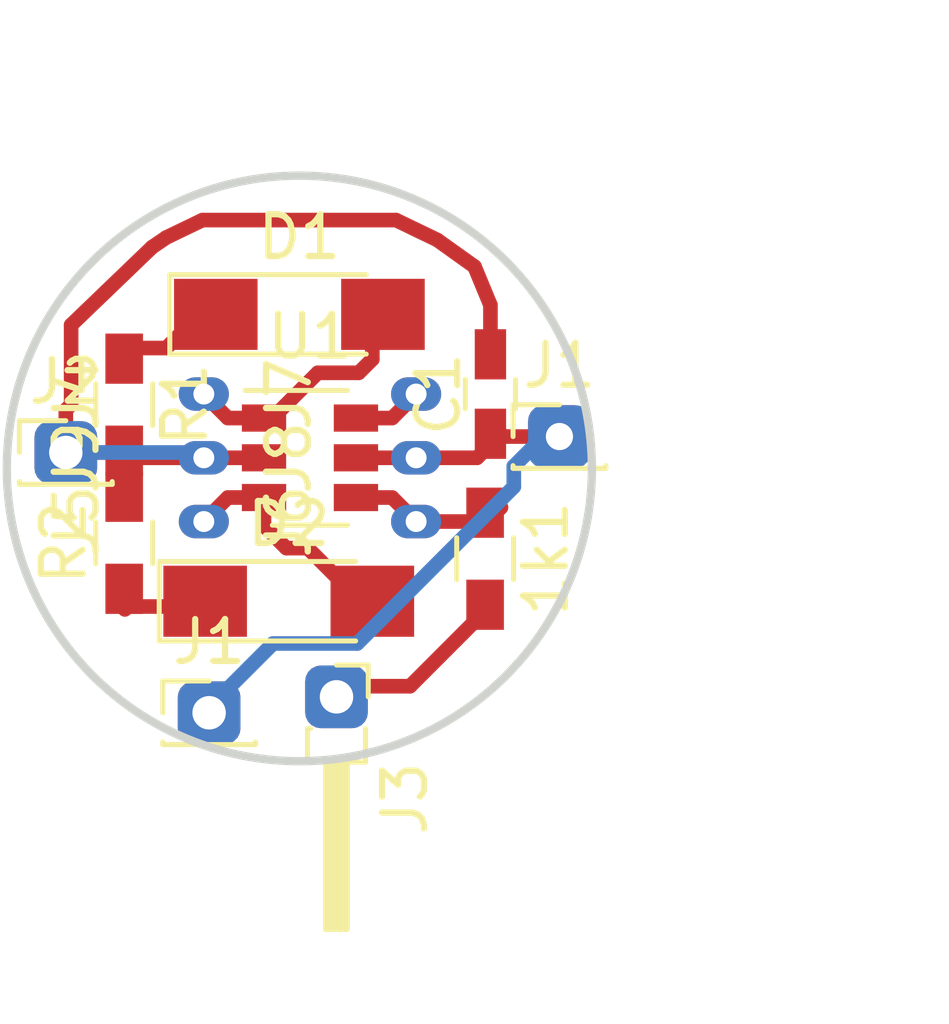
<source format=kicad_pcb>
(kicad_pcb (version 20171130) (host pcbnew "(5.0.0-rc2-39-ga12b9db58)")

  (general
    (thickness 1.6)
    (drawings 5)
    (tracks 59)
    (zones 0)
    (modules 17)
    (nets 10)
  )

  (page A4)
  (layers
    (0 F.Cu signal)
    (31 B.Cu signal)
    (32 B.Adhes user)
    (33 F.Adhes user)
    (34 B.Paste user)
    (35 F.Paste user)
    (36 B.SilkS user)
    (37 F.SilkS user hide)
    (38 B.Mask user)
    (39 F.Mask user)
    (40 Dwgs.User user)
    (41 Cmts.User user)
    (42 Eco1.User user)
    (43 Eco2.User user hide)
    (44 Edge.Cuts user)
    (45 Margin user)
    (46 B.CrtYd user hide)
    (47 F.CrtYd user)
    (48 B.Fab user)
    (49 F.Fab user hide)
  )

  (setup
    (last_trace_width 0.35)
    (trace_clearance 0.35)
    (zone_clearance 0.508)
    (zone_45_only no)
    (trace_min 0.3)
    (segment_width 0.2)
    (edge_width 0.2)
    (via_size 1.5)
    (via_drill 0.8)
    (via_min_size 1.2)
    (via_min_drill 0.8)
    (uvia_size 0.3)
    (uvia_drill 0.1)
    (uvias_allowed no)
    (uvia_min_size 0.2)
    (uvia_min_drill 0.1)
    (pcb_text_width 0.3)
    (pcb_text_size 1.5 1.5)
    (mod_edge_width 0.15)
    (mod_text_size 1 1)
    (mod_text_width 0.15)
    (pad_size 1.5 1.5)
    (pad_drill 0.8)
    (pad_to_mask_clearance 0.2)
    (aux_axis_origin 0 0)
    (visible_elements FFFFFF7F)
    (pcbplotparams
      (layerselection 0x010fc_ffffffff)
      (usegerberextensions false)
      (usegerberattributes false)
      (usegerberadvancedattributes false)
      (creategerberjobfile false)
      (excludeedgelayer true)
      (linewidth 0.100000)
      (plotframeref false)
      (viasonmask false)
      (mode 1)
      (useauxorigin false)
      (hpglpennumber 1)
      (hpglpenspeed 20)
      (hpglpendiameter 15.000000)
      (psnegative false)
      (psa4output false)
      (plotreference true)
      (plotvalue true)
      (plotinvisibletext false)
      (padsonsilk false)
      (subtractmaskfromsilk false)
      (outputformat 1)
      (mirror false)
      (drillshape 1)
      (scaleselection 1)
      (outputdirectory ""))
  )

  (net 0 "")
  (net 1 LED1)
  (net 2 LED2)
  (net 3 TOUCH)
  (net 4 +BATT)
  (net 5 /sense)
  (net 6 -BATT)
  (net 7 "Net-(D1-Pad1)")
  (net 8 "Net-(D2-Pad1)")
  (net 9 /reset)

  (net_class Default "This is the default net class."
    (clearance 0.35)
    (trace_width 0.35)
    (via_dia 1.5)
    (via_drill 0.8)
    (uvia_dia 0.3)
    (uvia_drill 0.1)
    (diff_pair_gap 0.25)
    (diff_pair_width 0.4)
    (add_net +BATT)
    (add_net -BATT)
    (add_net /reset)
    (add_net /sense)
    (add_net LED1)
    (add_net LED2)
    (add_net "Net-(D1-Pad1)")
    (add_net "Net-(D2-Pad1)")
    (add_net TOUCH)
  )

  (module Pin_Headers:Pin_Header_Straight_1x01_Pitch1.27mm (layer F.Cu) (tedit 5B21871A) (tstamp 5B2EAD7B)
    (at -2.159 5.842)
    (descr "Through hole straight pin header, 1x01, 1.27mm pitch, single row")
    (tags "Through hole pin header THT 1x01 1.27mm single row")
    (path /5B212916)
    (fp_text reference J1 (at 0 -1.695) (layer F.SilkS)
      (effects (font (size 1 1) (thickness 0.15)))
    )
    (fp_text value Conn_01x01 (at 0 1.695) (layer F.Fab)
      (effects (font (size 1 1) (thickness 0.15)))
    )
    (fp_text user %R (at 0 0 90) (layer F.Fab)
      (effects (font (size 1 1) (thickness 0.15)))
    )
    (fp_line (start 1.55 -1.15) (end -1.55 -1.15) (layer F.CrtYd) (width 0.05))
    (fp_line (start 1.55 1.15) (end 1.55 -1.15) (layer F.CrtYd) (width 0.05))
    (fp_line (start -1.55 1.15) (end 1.55 1.15) (layer F.CrtYd) (width 0.05))
    (fp_line (start -1.55 -1.15) (end -1.55 1.15) (layer F.CrtYd) (width 0.05))
    (fp_line (start -1.11 -0.76) (end 0 -0.76) (layer F.SilkS) (width 0.12))
    (fp_line (start -1.11 0) (end -1.11 -0.76) (layer F.SilkS) (width 0.12))
    (fp_line (start 0.563471 0.76) (end 1.11 0.76) (layer F.SilkS) (width 0.12))
    (fp_line (start -1.11 0.76) (end -0.563471 0.76) (layer F.SilkS) (width 0.12))
    (fp_line (start 1.11 0.76) (end 1.11 0.695) (layer F.SilkS) (width 0.12))
    (fp_line (start -1.11 0.76) (end -1.11 0.695) (layer F.SilkS) (width 0.12))
    (fp_line (start -1.11 0.76) (end 1.11 0.76) (layer F.SilkS) (width 0.12))
    (fp_line (start -1.05 -0.11) (end -0.525 -0.635) (layer F.Fab) (width 0.1))
    (fp_line (start -1.05 0.635) (end -1.05 -0.11) (layer F.Fab) (width 0.1))
    (fp_line (start 1.05 0.635) (end -1.05 0.635) (layer F.Fab) (width 0.1))
    (fp_line (start 1.05 -0.635) (end 1.05 0.635) (layer F.Fab) (width 0.1))
    (fp_line (start -0.525 -0.635) (end 1.05 -0.635) (layer F.Fab) (width 0.1))
    (pad 1 thru_hole roundrect (at 0 0) (size 1.5 1.5) (drill 0.8) (layers *.Cu *.Mask) (roundrect_rratio 0.25)
      (net 4 +BATT))
  )

  (module touchuc:progpin (layer F.Cu) (tedit 5B214318) (tstamp 5B29F761)
    (at -2.286 -1.778 90)
    (descr "module 1 pin (ou trou mecanique de percage)")
    (tags DEV)
    (path /5B212E1B)
    (fp_text reference J4 (at 0 -3.048 90) (layer F.SilkS)
      (effects (font (size 1 1) (thickness 0.15)))
    )
    (fp_text value Conn_01x01 (at 0 3 90) (layer F.Fab)
      (effects (font (size 1 1) (thickness 0.15)))
    )
    (fp_circle (center 0 0) (end 0.6 0.1) (layer F.Fab) (width 0.1))
    (fp_circle (center 0 0) (end 0.6 0.1) (layer F.CrtYd) (width 0.05))
    (pad 1 thru_hole oval (at 0 0 90) (size 0.8 1.2) (drill 0.5) (layers *.Cu *.Mask)
      (net 1 LED1))
  )

  (module touchuc:progpin (layer F.Cu) (tedit 5B214318) (tstamp 5B29C2BD)
    (at -2.286 1.27 90)
    (descr "module 1 pin (ou trou mecanique de percage)")
    (tags DEV)
    (path /5B2145CD)
    (fp_text reference J5 (at 0 -3.048 90) (layer F.SilkS)
      (effects (font (size 1 1) (thickness 0.15)))
    )
    (fp_text value Conn_01x01 (at 0 3 90) (layer F.Fab)
      (effects (font (size 1 1) (thickness 0.15)))
    )
    (fp_circle (center 0 0) (end 0.6 0.1) (layer F.Fab) (width 0.1))
    (fp_circle (center 0 0) (end 0.6 0.1) (layer F.CrtYd) (width 0.05))
    (pad 1 thru_hole oval (at 0 0 90) (size 0.8 1.2) (drill 0.5) (layers *.Cu *.Mask)
      (net 2 LED2))
  )

  (module touchuc:progpin (layer F.Cu) (tedit 5B214318) (tstamp 5B29C2C5)
    (at 2.794 1.27 90)
    (descr "module 1 pin (ou trou mecanique de percage)")
    (tags DEV)
    (path /5B2146D1)
    (fp_text reference J6 (at 0 -3.048 90) (layer F.SilkS)
      (effects (font (size 1 1) (thickness 0.15)))
    )
    (fp_text value Conn_01x01 (at 0 3 90) (layer F.Fab)
      (effects (font (size 1 1) (thickness 0.15)))
    )
    (fp_circle (center 0 0) (end 0.6 0.1) (layer F.Fab) (width 0.1))
    (fp_circle (center 0 0) (end 0.6 0.1) (layer F.CrtYd) (width 0.05))
    (pad 1 thru_hole oval (at 0 0 90) (size 0.8 1.2) (drill 0.5) (layers *.Cu *.Mask)
      (net 3 TOUCH))
  )

  (module touchuc:progpin (layer F.Cu) (tedit 5B214318) (tstamp 5B29F780)
    (at 2.794 -1.778 90)
    (descr "module 1 pin (ou trou mecanique de percage)")
    (tags DEV)
    (path /5B2146F5)
    (fp_text reference J7 (at 0 -3.048 90) (layer F.SilkS)
      (effects (font (size 1 1) (thickness 0.15)))
    )
    (fp_text value Conn_01x01 (at 0 3 90) (layer F.Fab)
      (effects (font (size 1 1) (thickness 0.15)))
    )
    (fp_circle (center 0 0) (end 0.6 0.1) (layer F.Fab) (width 0.1))
    (fp_circle (center 0 0) (end 0.6 0.1) (layer F.CrtYd) (width 0.05))
    (pad 1 thru_hole oval (at 0 0 90) (size 0.8 1.2) (drill 0.5) (layers *.Cu *.Mask)
      (net 9 /reset))
  )

  (module touchuc:progpin (layer F.Cu) (tedit 5B214318) (tstamp 5B29C2D5)
    (at 2.794 -0.254 90)
    (descr "module 1 pin (ou trou mecanique de percage)")
    (tags DEV)
    (path /5B212EE0)
    (fp_text reference J8 (at 0 -3.048 90) (layer F.SilkS)
      (effects (font (size 1 1) (thickness 0.15)))
    )
    (fp_text value Conn_01x01 (at 0 3 90) (layer F.Fab)
      (effects (font (size 1 1) (thickness 0.15)))
    )
    (fp_circle (center 0 0) (end 0.6 0.1) (layer F.Fab) (width 0.1))
    (fp_circle (center 0 0) (end 0.6 0.1) (layer F.CrtYd) (width 0.05))
    (pad 1 thru_hole oval (at 0 0 90) (size 0.8 1.2) (drill 0.5) (layers *.Cu *.Mask)
      (net 4 +BATT))
  )

  (module touchuc:progpin (layer F.Cu) (tedit 5B214318) (tstamp 5B29C2DD)
    (at -2.286 -0.254 90)
    (descr "module 1 pin (ou trou mecanique de percage)")
    (tags DEV)
    (path /5B212F06)
    (fp_text reference J9 (at 0 -3.048 90) (layer F.SilkS)
      (effects (font (size 1 1) (thickness 0.15)))
    )
    (fp_text value Conn_01x01 (at 0 -4.572 90) (layer F.Fab)
      (effects (font (size 1 1) (thickness 0.15)))
    )
    (fp_circle (center 0 0) (end 0.6 0.1) (layer F.Fab) (width 0.1))
    (fp_circle (center 0 0) (end 0.6 0.1) (layer F.CrtYd) (width 0.05))
    (pad 1 thru_hole oval (at 0 0 90) (size 0.8 1.2) (drill 0.5) (layers *.Cu *.Mask)
      (net 6 -BATT))
  )

  (module TO_SOT_Packages_SMD:SOT-23-6 (layer F.Cu) (tedit 58CE4E7E) (tstamp 5B2E90BE)
    (at 0.254 -0.254)
    (descr "6-pin SOT-23 package")
    (tags SOT-23-6)
    (path /5B212C24)
    (attr smd)
    (fp_text reference U1 (at 0 -2.9) (layer F.SilkS)
      (effects (font (size 1 1) (thickness 0.15)))
    )
    (fp_text value ATTINY10-TS (at 0 2.9) (layer F.Fab)
      (effects (font (size 1 1) (thickness 0.15)))
    )
    (fp_text user %R (at 0 0 90) (layer F.Fab)
      (effects (font (size 0.5 0.5) (thickness 0.075)))
    )
    (fp_line (start -0.9 1.61) (end 0.9 1.61) (layer F.SilkS) (width 0.12))
    (fp_line (start 0.9 -1.61) (end -1.55 -1.61) (layer F.SilkS) (width 0.12))
    (fp_line (start 1.9 -1.8) (end -1.9 -1.8) (layer F.CrtYd) (width 0.05))
    (fp_line (start 1.9 1.8) (end 1.9 -1.8) (layer F.CrtYd) (width 0.05))
    (fp_line (start -1.9 1.8) (end 1.9 1.8) (layer F.CrtYd) (width 0.05))
    (fp_line (start -1.9 -1.8) (end -1.9 1.8) (layer F.CrtYd) (width 0.05))
    (fp_line (start -0.9 -0.9) (end -0.25 -1.55) (layer F.Fab) (width 0.1))
    (fp_line (start 0.9 -1.55) (end -0.25 -1.55) (layer F.Fab) (width 0.1))
    (fp_line (start -0.9 -0.9) (end -0.9 1.55) (layer F.Fab) (width 0.1))
    (fp_line (start 0.9 1.55) (end -0.9 1.55) (layer F.Fab) (width 0.1))
    (fp_line (start 0.9 -1.55) (end 0.9 1.55) (layer F.Fab) (width 0.1))
    (pad 1 smd rect (at -1.1 -0.95) (size 1.06 0.65) (layers F.Cu F.Paste F.Mask)
      (net 1 LED1))
    (pad 2 smd rect (at -1.1 0) (size 1.06 0.65) (layers F.Cu F.Paste F.Mask)
      (net 6 -BATT))
    (pad 3 smd rect (at -1.1 0.95) (size 1.06 0.65) (layers F.Cu F.Paste F.Mask)
      (net 2 LED2))
    (pad 4 smd rect (at 1.1 0.95) (size 1.06 0.65) (layers F.Cu F.Paste F.Mask)
      (net 3 TOUCH))
    (pad 6 smd rect (at 1.1 -0.95) (size 1.06 0.65) (layers F.Cu F.Paste F.Mask)
      (net 9 /reset))
    (pad 5 smd rect (at 1.1 0) (size 1.06 0.65) (layers F.Cu F.Paste F.Mask)
      (net 4 +BATT))
    (model ${KISYS3DMOD}/TO_SOT_Packages_SMD.3dshapes/SOT-23-6.wrl
      (at (xyz 0 0 0))
      (scale (xyz 1 1 1))
      (rotate (xyz 0 0 0))
    )
  )

  (module LEDs:LED_1206_HandSoldering (layer F.Cu) (tedit 595FC724) (tstamp 5B29C235)
    (at 0 -3.683)
    (descr "LED SMD 1206, hand soldering")
    (tags "LED 1206")
    (path /5B215D66)
    (attr smd)
    (fp_text reference D1 (at 0 -1.85) (layer F.SilkS)
      (effects (font (size 1 1) (thickness 0.15)))
    )
    (fp_text value LED (at 0 1.9) (layer F.Fab)
      (effects (font (size 1 1) (thickness 0.15)))
    )
    (fp_line (start -3.1 -0.95) (end -3.1 0.95) (layer F.SilkS) (width 0.12))
    (fp_line (start -0.4 0) (end 0.2 -0.4) (layer F.Fab) (width 0.1))
    (fp_line (start 0.2 -0.4) (end 0.2 0.4) (layer F.Fab) (width 0.1))
    (fp_line (start 0.2 0.4) (end -0.4 0) (layer F.Fab) (width 0.1))
    (fp_line (start -0.45 -0.4) (end -0.45 0.4) (layer F.Fab) (width 0.1))
    (fp_line (start -1.6 0.8) (end -1.6 -0.8) (layer F.Fab) (width 0.1))
    (fp_line (start 1.6 0.8) (end -1.6 0.8) (layer F.Fab) (width 0.1))
    (fp_line (start 1.6 -0.8) (end 1.6 0.8) (layer F.Fab) (width 0.1))
    (fp_line (start -1.6 -0.8) (end 1.6 -0.8) (layer F.Fab) (width 0.1))
    (fp_line (start -3.1 0.95) (end 1.6 0.95) (layer F.SilkS) (width 0.12))
    (fp_line (start -3.1 -0.95) (end 1.6 -0.95) (layer F.SilkS) (width 0.12))
    (fp_line (start -3.25 -1.11) (end 3.25 -1.11) (layer F.CrtYd) (width 0.05))
    (fp_line (start -3.25 -1.11) (end -3.25 1.1) (layer F.CrtYd) (width 0.05))
    (fp_line (start 3.25 1.1) (end 3.25 -1.11) (layer F.CrtYd) (width 0.05))
    (fp_line (start 3.25 1.1) (end -3.25 1.1) (layer F.CrtYd) (width 0.05))
    (pad 1 smd rect (at -2 0) (size 2 1.7) (layers F.Cu F.Paste F.Mask)
      (net 7 "Net-(D1-Pad1)"))
    (pad 2 smd rect (at 2 0) (size 2 1.7) (layers F.Cu F.Paste F.Mask)
      (net 1 LED1))
    (model ${KISYS3DMOD}/LEDs.3dshapes/LED_1206.wrl
      (at (xyz 0 0 0))
      (scale (xyz 1 1 1))
      (rotate (xyz 0 0 180))
    )
  )

  (module LEDs:LED_1206_HandSoldering (layer F.Cu) (tedit 595FC724) (tstamp 5B29C24A)
    (at -0.254 3.175)
    (descr "LED SMD 1206, hand soldering")
    (tags "LED 1206")
    (path /5B2169FE)
    (attr smd)
    (fp_text reference D2 (at 0 -1.85) (layer F.SilkS)
      (effects (font (size 1 1) (thickness 0.15)))
    )
    (fp_text value LED (at 0 1.9) (layer F.Fab)
      (effects (font (size 1 1) (thickness 0.15)))
    )
    (fp_line (start 3.25 1.1) (end -3.25 1.1) (layer F.CrtYd) (width 0.05))
    (fp_line (start 3.25 1.1) (end 3.25 -1.11) (layer F.CrtYd) (width 0.05))
    (fp_line (start -3.25 -1.11) (end -3.25 1.1) (layer F.CrtYd) (width 0.05))
    (fp_line (start -3.25 -1.11) (end 3.25 -1.11) (layer F.CrtYd) (width 0.05))
    (fp_line (start -3.1 -0.95) (end 1.6 -0.95) (layer F.SilkS) (width 0.12))
    (fp_line (start -3.1 0.95) (end 1.6 0.95) (layer F.SilkS) (width 0.12))
    (fp_line (start -1.6 -0.8) (end 1.6 -0.8) (layer F.Fab) (width 0.1))
    (fp_line (start 1.6 -0.8) (end 1.6 0.8) (layer F.Fab) (width 0.1))
    (fp_line (start 1.6 0.8) (end -1.6 0.8) (layer F.Fab) (width 0.1))
    (fp_line (start -1.6 0.8) (end -1.6 -0.8) (layer F.Fab) (width 0.1))
    (fp_line (start -0.45 -0.4) (end -0.45 0.4) (layer F.Fab) (width 0.1))
    (fp_line (start 0.2 0.4) (end -0.4 0) (layer F.Fab) (width 0.1))
    (fp_line (start 0.2 -0.4) (end 0.2 0.4) (layer F.Fab) (width 0.1))
    (fp_line (start -0.4 0) (end 0.2 -0.4) (layer F.Fab) (width 0.1))
    (fp_line (start -3.1 -0.95) (end -3.1 0.95) (layer F.SilkS) (width 0.12))
    (pad 2 smd rect (at 2 0) (size 2 1.7) (layers F.Cu F.Paste F.Mask)
      (net 2 LED2))
    (pad 1 smd rect (at -2 0) (size 2 1.7) (layers F.Cu F.Paste F.Mask)
      (net 8 "Net-(D2-Pad1)"))
    (model ${KISYS3DMOD}/LEDs.3dshapes/LED_1206.wrl
      (at (xyz 0 0 0))
      (scale (xyz 1 1 1))
      (rotate (xyz 0 0 180))
    )
  )

  (module Pin_Headers:Pin_Header_Angled_1x01_Pitch1.27mm (layer F.Cu) (tedit 5B2186D1) (tstamp 5B29C2AD)
    (at 0.889 5.461 270)
    (descr "Through hole angled pin header, 1x01, 1.27mm pitch, 4.0mm pin length, single row")
    (tags "Through hole angled pin header THT 1x01 1.27mm single row")
    (path /5B2261EA)
    (fp_text reference J3 (at 2.4325 -1.635 270) (layer F.SilkS)
      (effects (font (size 1 1) (thickness 0.15)))
    )
    (fp_text value Conn_01x01 (at 2.4325 1.635 270) (layer F.Fab)
      (effects (font (size 1 1) (thickness 0.15)))
    )
    (fp_line (start 0.75 -0.635) (end 1.5 -0.635) (layer F.Fab) (width 0.1))
    (fp_line (start 1.5 -0.635) (end 1.5 0.635) (layer F.Fab) (width 0.1))
    (fp_line (start 1.5 0.635) (end 0.5 0.635) (layer F.Fab) (width 0.1))
    (fp_line (start 0.5 0.635) (end 0.5 -0.385) (layer F.Fab) (width 0.1))
    (fp_line (start 0.5 -0.385) (end 0.75 -0.635) (layer F.Fab) (width 0.1))
    (fp_line (start -0.2 -0.2) (end 0.5 -0.2) (layer F.Fab) (width 0.1))
    (fp_line (start -0.2 -0.2) (end -0.2 0.2) (layer F.Fab) (width 0.1))
    (fp_line (start -0.2 0.2) (end 0.5 0.2) (layer F.Fab) (width 0.1))
    (fp_line (start 1.5 -0.2) (end 5.5 -0.2) (layer F.Fab) (width 0.1))
    (fp_line (start 5.5 -0.2) (end 5.5 0.2) (layer F.Fab) (width 0.1))
    (fp_line (start 1.5 0.2) (end 5.5 0.2) (layer F.Fab) (width 0.1))
    (fp_line (start 0.76 -0.695) (end 1.56 -0.695) (layer F.SilkS) (width 0.12))
    (fp_line (start 1.56 -0.695) (end 1.56 0.695) (layer F.SilkS) (width 0.12))
    (fp_line (start 1.56 0.695) (end 0.76 0.695) (layer F.SilkS) (width 0.12))
    (fp_line (start 0.76 0.695) (end 0.76 0.619677) (layer F.SilkS) (width 0.12))
    (fp_line (start 1.56 -0.26) (end 5.56 -0.26) (layer F.SilkS) (width 0.12))
    (fp_line (start 5.56 -0.26) (end 5.56 0.26) (layer F.SilkS) (width 0.12))
    (fp_line (start 5.56 0.26) (end 1.56 0.26) (layer F.SilkS) (width 0.12))
    (fp_line (start 1.56 -0.2) (end 5.56 -0.2) (layer F.SilkS) (width 0.12))
    (fp_line (start 1.56 -0.08) (end 5.56 -0.08) (layer F.SilkS) (width 0.12))
    (fp_line (start 1.56 0.04) (end 5.56 0.04) (layer F.SilkS) (width 0.12))
    (fp_line (start 1.56 0.16) (end 5.56 0.16) (layer F.SilkS) (width 0.12))
    (fp_line (start -0.76 0) (end -0.76 -0.76) (layer F.SilkS) (width 0.12))
    (fp_line (start -0.76 -0.76) (end 0 -0.76) (layer F.SilkS) (width 0.12))
    (fp_line (start -1.15 -1.15) (end -1.15 1.15) (layer F.CrtYd) (width 0.05))
    (fp_line (start -1.15 1.15) (end 6 1.15) (layer F.CrtYd) (width 0.05))
    (fp_line (start 6 1.15) (end 6 -1.15) (layer F.CrtYd) (width 0.05))
    (fp_line (start 6 -1.15) (end -1.15 -1.15) (layer F.CrtYd) (width 0.05))
    (fp_text user %R (at 1 0) (layer F.Fab)
      (effects (font (size 0.6 0.6) (thickness 0.09)))
    )
    (pad 1 thru_hole roundrect (at 0 0 270) (size 1.5 1.5) (drill 0.8) (layers *.Cu *.Mask) (roundrect_rratio 0.25)
      (net 5 /sense))
  )

  (module Resistors_SMD:R_0603_HandSoldering (layer F.Cu) (tedit 58E0A804) (tstamp 5B2EA313)
    (at 4.445 2.159 270)
    (descr "Resistor SMD 0603, hand soldering")
    (tags "resistor 0603")
    (path /5B223115)
    (attr smd)
    (fp_text reference 1k1 (at 0 -1.45 270) (layer F.SilkS)
      (effects (font (size 1 1) (thickness 0.15)))
    )
    (fp_text value R (at 0 1.55 270) (layer F.Fab)
      (effects (font (size 1 1) (thickness 0.15)))
    )
    (fp_text user %R (at 0 0 270) (layer F.Fab)
      (effects (font (size 0.4 0.4) (thickness 0.075)))
    )
    (fp_line (start -0.8 0.4) (end -0.8 -0.4) (layer F.Fab) (width 0.1))
    (fp_line (start 0.8 0.4) (end -0.8 0.4) (layer F.Fab) (width 0.1))
    (fp_line (start 0.8 -0.4) (end 0.8 0.4) (layer F.Fab) (width 0.1))
    (fp_line (start -0.8 -0.4) (end 0.8 -0.4) (layer F.Fab) (width 0.1))
    (fp_line (start 0.5 0.68) (end -0.5 0.68) (layer F.SilkS) (width 0.12))
    (fp_line (start -0.5 -0.68) (end 0.5 -0.68) (layer F.SilkS) (width 0.12))
    (fp_line (start -1.96 -0.7) (end 1.95 -0.7) (layer F.CrtYd) (width 0.05))
    (fp_line (start -1.96 -0.7) (end -1.96 0.7) (layer F.CrtYd) (width 0.05))
    (fp_line (start 1.95 0.7) (end 1.95 -0.7) (layer F.CrtYd) (width 0.05))
    (fp_line (start 1.95 0.7) (end -1.96 0.7) (layer F.CrtYd) (width 0.05))
    (pad 1 smd rect (at -1.1 0 270) (size 1.2 0.9) (layers F.Cu F.Paste F.Mask)
      (net 3 TOUCH))
    (pad 2 smd rect (at 1.1 0 270) (size 1.2 0.9) (layers F.Cu F.Paste F.Mask)
      (net 5 /sense))
    (model ${KISYS3DMOD}/Resistors_SMD.3dshapes/R_0603.wrl
      (at (xyz 0 0 0))
      (scale (xyz 1 1 1))
      (rotate (xyz 0 0 0))
    )
  )

  (module Capacitors_SMD:C_0603_HandSoldering (layer F.Cu) (tedit 58AA848B) (tstamp 5B2EA323)
    (at 4.572 -1.778 90)
    (descr "Capacitor SMD 0603, hand soldering")
    (tags "capacitor 0603")
    (path /5B2176C8)
    (attr smd)
    (fp_text reference C1 (at 0 -1.25 90) (layer F.SilkS)
      (effects (font (size 1 1) (thickness 0.15)))
    )
    (fp_text value C (at 0 1.5 90) (layer F.Fab)
      (effects (font (size 1 1) (thickness 0.15)))
    )
    (fp_text user %R (at 0 -1.25 90) (layer F.Fab)
      (effects (font (size 1 1) (thickness 0.15)))
    )
    (fp_line (start -0.8 0.4) (end -0.8 -0.4) (layer F.Fab) (width 0.1))
    (fp_line (start 0.8 0.4) (end -0.8 0.4) (layer F.Fab) (width 0.1))
    (fp_line (start 0.8 -0.4) (end 0.8 0.4) (layer F.Fab) (width 0.1))
    (fp_line (start -0.8 -0.4) (end 0.8 -0.4) (layer F.Fab) (width 0.1))
    (fp_line (start -0.35 -0.6) (end 0.35 -0.6) (layer F.SilkS) (width 0.12))
    (fp_line (start 0.35 0.6) (end -0.35 0.6) (layer F.SilkS) (width 0.12))
    (fp_line (start -1.8 -0.65) (end 1.8 -0.65) (layer F.CrtYd) (width 0.05))
    (fp_line (start -1.8 -0.65) (end -1.8 0.65) (layer F.CrtYd) (width 0.05))
    (fp_line (start 1.8 0.65) (end 1.8 -0.65) (layer F.CrtYd) (width 0.05))
    (fp_line (start 1.8 0.65) (end -1.8 0.65) (layer F.CrtYd) (width 0.05))
    (pad 1 smd rect (at -0.95 0 90) (size 1.2 0.75) (layers F.Cu F.Paste F.Mask)
      (net 4 +BATT))
    (pad 2 smd rect (at 0.95 0 90) (size 1.2 0.75) (layers F.Cu F.Paste F.Mask)
      (net 6 -BATT))
    (model Capacitors_SMD.3dshapes/C_0603.wrl
      (at (xyz 0 0 0))
      (scale (xyz 1 1 1))
      (rotate (xyz 0 0 0))
    )
  )

  (module Resistors_SMD:R_0603_HandSoldering (layer F.Cu) (tedit 58E0A804) (tstamp 5B2EA333)
    (at -4.191 -1.524 270)
    (descr "Resistor SMD 0603, hand soldering")
    (tags "resistor 0603")
    (path /5B215B61)
    (attr smd)
    (fp_text reference R1 (at 0 -1.45 270) (layer F.SilkS)
      (effects (font (size 1 1) (thickness 0.15)))
    )
    (fp_text value R (at 0 1.55 270) (layer F.Fab)
      (effects (font (size 1 1) (thickness 0.15)))
    )
    (fp_line (start 1.95 0.7) (end -1.96 0.7) (layer F.CrtYd) (width 0.05))
    (fp_line (start 1.95 0.7) (end 1.95 -0.7) (layer F.CrtYd) (width 0.05))
    (fp_line (start -1.96 -0.7) (end -1.96 0.7) (layer F.CrtYd) (width 0.05))
    (fp_line (start -1.96 -0.7) (end 1.95 -0.7) (layer F.CrtYd) (width 0.05))
    (fp_line (start -0.5 -0.68) (end 0.5 -0.68) (layer F.SilkS) (width 0.12))
    (fp_line (start 0.5 0.68) (end -0.5 0.68) (layer F.SilkS) (width 0.12))
    (fp_line (start -0.8 -0.4) (end 0.8 -0.4) (layer F.Fab) (width 0.1))
    (fp_line (start 0.8 -0.4) (end 0.8 0.4) (layer F.Fab) (width 0.1))
    (fp_line (start 0.8 0.4) (end -0.8 0.4) (layer F.Fab) (width 0.1))
    (fp_line (start -0.8 0.4) (end -0.8 -0.4) (layer F.Fab) (width 0.1))
    (fp_text user %R (at 0 0 270) (layer F.Fab)
      (effects (font (size 0.4 0.4) (thickness 0.075)))
    )
    (pad 2 smd rect (at 1.1 0 270) (size 1.2 0.9) (layers F.Cu F.Paste F.Mask)
      (net 6 -BATT))
    (pad 1 smd rect (at -1.1 0 270) (size 1.2 0.9) (layers F.Cu F.Paste F.Mask)
      (net 7 "Net-(D1-Pad1)"))
    (model ${KISYS3DMOD}/Resistors_SMD.3dshapes/R_0603.wrl
      (at (xyz 0 0 0))
      (scale (xyz 1 1 1))
      (rotate (xyz 0 0 0))
    )
  )

  (module Resistors_SMD:R_0603_HandSoldering (layer F.Cu) (tedit 58E0A804) (tstamp 5B2EA343)
    (at -4.191 1.778 90)
    (descr "Resistor SMD 0603, hand soldering")
    (tags "resistor 0603")
    (path /5B2169F7)
    (attr smd)
    (fp_text reference R2 (at 0 -1.45 90) (layer F.SilkS)
      (effects (font (size 1 1) (thickness 0.15)))
    )
    (fp_text value R (at 0 1.55 90) (layer F.Fab)
      (effects (font (size 1 1) (thickness 0.15)))
    )
    (fp_text user %R (at 0 0 90) (layer F.Fab)
      (effects (font (size 0.4 0.4) (thickness 0.075)))
    )
    (fp_line (start -0.8 0.4) (end -0.8 -0.4) (layer F.Fab) (width 0.1))
    (fp_line (start 0.8 0.4) (end -0.8 0.4) (layer F.Fab) (width 0.1))
    (fp_line (start 0.8 -0.4) (end 0.8 0.4) (layer F.Fab) (width 0.1))
    (fp_line (start -0.8 -0.4) (end 0.8 -0.4) (layer F.Fab) (width 0.1))
    (fp_line (start 0.5 0.68) (end -0.5 0.68) (layer F.SilkS) (width 0.12))
    (fp_line (start -0.5 -0.68) (end 0.5 -0.68) (layer F.SilkS) (width 0.12))
    (fp_line (start -1.96 -0.7) (end 1.95 -0.7) (layer F.CrtYd) (width 0.05))
    (fp_line (start -1.96 -0.7) (end -1.96 0.7) (layer F.CrtYd) (width 0.05))
    (fp_line (start 1.95 0.7) (end 1.95 -0.7) (layer F.CrtYd) (width 0.05))
    (fp_line (start 1.95 0.7) (end -1.96 0.7) (layer F.CrtYd) (width 0.05))
    (pad 1 smd rect (at -1.1 0 90) (size 1.2 0.9) (layers F.Cu F.Paste F.Mask)
      (net 8 "Net-(D2-Pad1)"))
    (pad 2 smd rect (at 1.1 0 90) (size 1.2 0.9) (layers F.Cu F.Paste F.Mask)
      (net 6 -BATT))
    (model ${KISYS3DMOD}/Resistors_SMD.3dshapes/R_0603.wrl
      (at (xyz 0 0 0))
      (scale (xyz 1 1 1))
      (rotate (xyz 0 0 0))
    )
  )

  (module Pin_Headers:Pin_Header_Straight_1x01_Pitch1.27mm (layer F.Cu) (tedit 5B21869F) (tstamp 5B2EAD3B)
    (at 6.223 -0.762)
    (descr "Through hole straight pin header, 1x01, 1.27mm pitch, single row")
    (tags "Through hole pin header THT 1x01 1.27mm single row")
    (path /5B212916)
    (fp_text reference J1 (at 0 -1.695) (layer F.SilkS)
      (effects (font (size 1 1) (thickness 0.15)))
    )
    (fp_text value Conn_01x01 (at 0 1.695) (layer F.Fab)
      (effects (font (size 1 1) (thickness 0.15)))
    )
    (fp_line (start -0.525 -0.635) (end 1.05 -0.635) (layer F.Fab) (width 0.1))
    (fp_line (start 1.05 -0.635) (end 1.05 0.635) (layer F.Fab) (width 0.1))
    (fp_line (start 1.05 0.635) (end -1.05 0.635) (layer F.Fab) (width 0.1))
    (fp_line (start -1.05 0.635) (end -1.05 -0.11) (layer F.Fab) (width 0.1))
    (fp_line (start -1.05 -0.11) (end -0.525 -0.635) (layer F.Fab) (width 0.1))
    (fp_line (start -1.11 0.76) (end 1.11 0.76) (layer F.SilkS) (width 0.12))
    (fp_line (start -1.11 0.76) (end -1.11 0.695) (layer F.SilkS) (width 0.12))
    (fp_line (start 1.11 0.76) (end 1.11 0.695) (layer F.SilkS) (width 0.12))
    (fp_line (start -1.11 0.76) (end -0.563471 0.76) (layer F.SilkS) (width 0.12))
    (fp_line (start 0.563471 0.76) (end 1.11 0.76) (layer F.SilkS) (width 0.12))
    (fp_line (start -1.11 0) (end -1.11 -0.76) (layer F.SilkS) (width 0.12))
    (fp_line (start -1.11 -0.76) (end 0 -0.76) (layer F.SilkS) (width 0.12))
    (fp_line (start -1.55 -1.15) (end -1.55 1.15) (layer F.CrtYd) (width 0.05))
    (fp_line (start -1.55 1.15) (end 1.55 1.15) (layer F.CrtYd) (width 0.05))
    (fp_line (start 1.55 1.15) (end 1.55 -1.15) (layer F.CrtYd) (width 0.05))
    (fp_line (start 1.55 -1.15) (end -1.55 -1.15) (layer F.CrtYd) (width 0.05))
    (fp_text user %R (at 0 0 90) (layer F.Fab)
      (effects (font (size 1 1) (thickness 0.15)))
    )
    (pad 1 thru_hole roundrect (at 0 0) (size 1.5 1.5) (drill 0.65) (layers *.Cu *.Mask) (roundrect_rratio 0.25)
      (net 4 +BATT))
  )

  (module Pin_Headers:Pin_Header_Straight_1x01_Pitch1.27mm (layer F.Cu) (tedit 5B21868A) (tstamp 5B2EAA4D)
    (at -5.588 -0.381)
    (descr "Through hole straight pin header, 1x01, 1.27mm pitch, single row")
    (tags "Through hole pin header THT 1x01 1.27mm single row")
    (path /5B212A72)
    (fp_text reference J2 (at 0 -1.695) (layer F.SilkS)
      (effects (font (size 1 1) (thickness 0.15)))
    )
    (fp_text value Conn_01x01 (at 0 1.695) (layer F.Fab)
      (effects (font (size 1 1) (thickness 0.15)))
    )
    (fp_text user %R (at 0 0 90) (layer F.Fab)
      (effects (font (size 1 1) (thickness 0.15)))
    )
    (fp_line (start 1.55 -1.15) (end -1.55 -1.15) (layer F.CrtYd) (width 0.05))
    (fp_line (start 1.55 1.15) (end 1.55 -1.15) (layer F.CrtYd) (width 0.05))
    (fp_line (start -1.55 1.15) (end 1.55 1.15) (layer F.CrtYd) (width 0.05))
    (fp_line (start -1.55 -1.15) (end -1.55 1.15) (layer F.CrtYd) (width 0.05))
    (fp_line (start -1.11 -0.76) (end 0 -0.76) (layer F.SilkS) (width 0.12))
    (fp_line (start -1.11 0) (end -1.11 -0.76) (layer F.SilkS) (width 0.12))
    (fp_line (start 0.563471 0.76) (end 1.11 0.76) (layer F.SilkS) (width 0.12))
    (fp_line (start -1.11 0.76) (end -0.563471 0.76) (layer F.SilkS) (width 0.12))
    (fp_line (start 1.11 0.76) (end 1.11 0.695) (layer F.SilkS) (width 0.12))
    (fp_line (start -1.11 0.76) (end -1.11 0.695) (layer F.SilkS) (width 0.12))
    (fp_line (start -1.11 0.76) (end 1.11 0.76) (layer F.SilkS) (width 0.12))
    (fp_line (start -1.05 -0.11) (end -0.525 -0.635) (layer F.Fab) (width 0.1))
    (fp_line (start -1.05 0.635) (end -1.05 -0.11) (layer F.Fab) (width 0.1))
    (fp_line (start 1.05 0.635) (end -1.05 0.635) (layer F.Fab) (width 0.1))
    (fp_line (start 1.05 -0.635) (end 1.05 0.635) (layer F.Fab) (width 0.1))
    (fp_line (start -0.525 -0.635) (end 1.05 -0.635) (layer F.Fab) (width 0.1))
    (pad 1 thru_hole roundrect (at 0 0) (size 1.5 1.5) (drill 0.8) (layers *.Cu *.Mask) (roundrect_rratio 0.25)
      (net 6 -BATT))
  )

  (gr_circle (center 0 0) (end 6 0) (layer B.Fab) (width 0.2))
  (dimension 22.098365 (width 0.3) (layer Dwgs.User) (tstamp 5B29F475)
    (gr_text "22.098 mm" (at 13.620256 0.049447 89.67071754) (layer Dwgs.User) (tstamp 5B29F475)
      (effects (font (size 1.5 1.5) (thickness 0.3)))
    )
    (feature1 (pts (xy 5.08 -11.049) (xy 12.170202 -11.008252)))
    (feature2 (pts (xy 4.953 11.049) (xy 12.043202 11.089748)))
    (crossbar (pts (xy 11.456791 11.086378) (xy 11.583791 -11.011622)))
    (arrow1a (pts (xy 11.583791 -11.011622) (xy 12.163728 -9.881767)))
    (arrow1b (pts (xy 11.583791 -11.011622) (xy 10.990906 -9.888507)))
    (arrow2a (pts (xy 11.456791 11.086378) (xy 12.049676 9.963263)))
    (arrow2b (pts (xy 11.456791 11.086378) (xy 10.876854 9.956523)))
  )
  (dimension 9.525 (width 0.3) (layer Dwgs.User)
    (gr_text "9.525 mm" (at -0.3175 14.673) (layer Dwgs.User)
      (effects (font (size 1.5 1.5) (thickness 0.3)))
    )
    (feature1 (pts (xy 4.445 10.16) (xy 4.445 13.159421)))
    (feature2 (pts (xy -5.08 10.16) (xy -5.08 13.159421)))
    (crossbar (pts (xy -5.08 12.573) (xy 4.445 12.573)))
    (arrow1a (pts (xy 4.445 12.573) (xy 3.318496 13.159421)))
    (arrow1b (pts (xy 4.445 12.573) (xy 3.318496 11.986579)))
    (arrow2a (pts (xy -5.08 12.573) (xy -3.953496 13.159421)))
    (arrow2b (pts (xy -5.08 12.573) (xy -3.953496 11.986579)))
  )
  (gr_circle (center 0 0) (end 10 0) (layer Eco2.User) (width 0.2))
  (gr_circle (center 0 0) (end 7 0) (layer Edge.Cuts) (width 0.2) (tstamp 5B2E730E))

  (segment (start -1.712 -1.204) (end -2.286 -1.778) (width 0.35) (layer F.Cu) (net 1))
  (segment (start -0.846 -1.204) (end -1.712 -1.204) (width 0.35) (layer F.Cu) (net 1))
  (segment (start 1.746 -2.61) (end 1.422 -2.286) (width 0.35) (layer F.Cu) (net 1))
  (segment (start 1.746 -3.81) (end 1.746 -2.61) (width 0.35) (layer F.Cu) (net 1))
  (segment (start -0.641 -1.204) (end -0.846 -1.204) (width 0.35) (layer F.Cu) (net 1))
  (segment (start 0.441 -2.286) (end -0.641 -1.204) (width 0.35) (layer F.Cu) (net 1))
  (segment (start 1.422 -2.286) (end 0.441 -2.286) (width 0.35) (layer F.Cu) (net 1))
  (segment (start -1.712 0.696) (end -2.286 1.27) (width 0.35) (layer F.Cu) (net 2))
  (segment (start -0.846 0.696) (end -1.712 0.696) (width 0.35) (layer F.Cu) (net 2))
  (segment (start -0.846 1.371) (end -0.312 1.905) (width 0.35) (layer F.Cu) (net 2))
  (segment (start -0.846 0.696) (end -0.846 1.371) (width 0.35) (layer F.Cu) (net 2))
  (segment (start 1.596 3.302) (end 1.746 3.302) (width 0.35) (layer F.Cu) (net 2))
  (segment (start 0.199 1.905) (end 1.596 3.302) (width 0.35) (layer F.Cu) (net 2))
  (segment (start -0.312 1.905) (end 0.199 1.905) (width 0.35) (layer F.Cu) (net 2))
  (segment (start 2.22 0.696) (end 2.794 1.27) (width 0.35) (layer F.Cu) (net 3))
  (segment (start 1.354 0.696) (end 2.22 0.696) (width 0.35) (layer F.Cu) (net 3))
  (segment (start 4.488 1.27) (end 4.826 0.932) (width 0.35) (layer F.Cu) (net 3))
  (segment (start 2.794 1.27) (end 4.488 1.27) (width 0.35) (layer F.Cu) (net 3))
  (segment (start 1.354 -0.254) (end 2.794 -0.254) (width 0.35) (layer F.Cu) (net 4))
  (segment (start 4.252 -0.254) (end 4.826 -0.828) (width 0.35) (layer F.Cu) (net 4))
  (segment (start 2.794 -0.254) (end 4.252 -0.254) (width 0.35) (layer F.Cu) (net 4))
  (segment (start 4.638 -0.762) (end 4.572 -0.828) (width 0.35) (layer F.Cu) (net 4))
  (segment (start 6.223 -0.762) (end 4.638 -0.762) (width 0.35) (layer F.Cu) (net 4) (tstamp 5B2EAEC4))
  (segment (start -1.194125 4.750125) (end -1.905 5.461) (width 0.35) (layer B.Cu) (net 4) (tstamp 5B2EB415))
  (segment (start -0.62999 4.18599) (end -1.194125 4.750125) (width 0.35) (layer B.Cu) (net 4))
  (segment (start 1.386171 4.18599) (end -0.62999 4.18599) (width 0.35) (layer B.Cu) (net 4))
  (segment (start 5.131125 0.441036) (end 1.386171 4.18599) (width 0.35) (layer B.Cu) (net 4))
  (segment (start 5.131125 -0.051125) (end 5.131125 0.441036) (width 0.35) (layer B.Cu) (net 4))
  (segment (start 5.842 -0.762) (end 5.131125 -0.051125) (width 0.35) (layer B.Cu) (net 4))
  (segment (start 4.445 3.409) (end 4.445 3.259) (width 0.35) (layer F.Cu) (net 5))
  (segment (start 0.889 5.207) (end 2.647 5.207) (width 0.35) (layer F.Cu) (net 5) (tstamp 5B2EB09D))
  (segment (start 2.647 5.207) (end 4.445 3.409) (width 0.35) (layer F.Cu) (net 5))
  (segment (start -0.846 -0.254) (end -2.286 -0.254) (width 0.35) (layer F.Cu) (net 6))
  (segment (start -4.191 -0.678) (end -4.191 0.805) (width 0.35) (layer F.Cu) (net 6))
  (segment (start -3.767 -0.254) (end -4.191 -0.678) (width 0.35) (layer F.Cu) (net 6))
  (segment (start -2.286 -0.254) (end -3.767 -0.254) (width 0.35) (layer F.Cu) (net 6))
  (segment (start -4.234 -0.381) (end -4.191 -0.424) (width 0.35) (layer F.Cu) (net 6))
  (segment (start -5.588 -0.381) (end -4.234 -0.381) (width 0.35) (layer F.Cu) (net 6))
  (segment (start -4.191 -0.424) (end -4.191 -0.574) (width 0.35) (layer F.Cu) (net 6))
  (segment (start -5.588 -1.397) (end -5.588 -0.381) (width 0.35) (layer F.Cu) (net 6))
  (segment (start -5.461 -1.524) (end -5.588 -1.397) (width 0.35) (layer F.Cu) (net 6))
  (segment (start 4.572 -3.906002) (end 4.191 -4.826) (width 0.35) (layer F.Cu) (net 6))
  (segment (start 4.572 -2.728) (end 4.572 -3.906002) (width 0.35) (layer F.Cu) (net 6))
  (segment (start -2.328401 -5.932682) (end -3.186615 -5.519388) (width 0.35) (layer F.Cu) (net 6))
  (segment (start -2.312377 -5.937624) (end -2.328401 -5.932682) (width 0.35) (layer F.Cu) (net 6))
  (segment (start -5.461 -3.429) (end -5.461 -1.524) (width 0.35) (layer F.Cu) (net 6))
  (segment (start -3.525069 -5.288635) (end -5.461 -3.429) (width 0.35) (layer F.Cu) (net 6))
  (segment (start 4.191 -4.826) (end 3.302 -5.461) (width 0.35) (layer F.Cu) (net 6))
  (segment (start 3.302 -5.461) (end 2.312376 -5.937624) (width 0.35) (layer F.Cu) (net 6))
  (segment (start -3.186615 -5.519388) (end -3.525069 -5.288635) (width 0.35) (layer F.Cu) (net 6))
  (segment (start 2.312376 -5.937624) (end -2.312377 -5.937624) (width 0.35) (layer F.Cu) (net 6))
  (segment (start -2.413 -0.381) (end -2.286 -0.254) (width 0.35) (layer B.Cu) (net 6))
  (segment (start -5.588 -0.381) (end -2.413 -0.381) (width 0.35) (layer B.Cu) (net 6))
  (segment (start -3.186 -2.878) (end -2.254 -3.81) (width 0.35) (layer F.Cu) (net 7))
  (segment (start -4.191 -2.878) (end -3.186 -2.878) (width 0.35) (layer F.Cu) (net 7))
  (segment (start -4.105704 3.302) (end -4.17467 3.370966) (width 0.35) (layer F.Cu) (net 8))
  (segment (start -2.254 3.302) (end -4.105704 3.302) (width 0.35) (layer F.Cu) (net 8))
  (segment (start 2.22 -1.204) (end 2.794 -1.778) (width 0.35) (layer F.Cu) (net 9))
  (segment (start 1.354 -1.204) (end 2.22 -1.204) (width 0.35) (layer F.Cu) (net 9))

)

</source>
